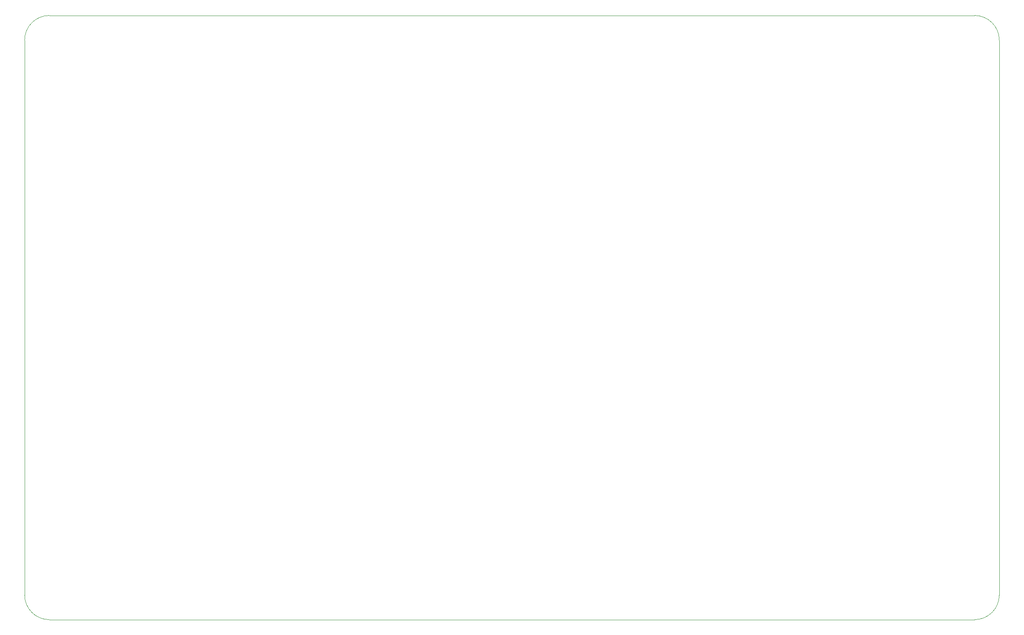
<source format=gbr>
%TF.GenerationSoftware,KiCad,Pcbnew,(6.0.5)*%
%TF.CreationDate,2022-08-05T09:11:19+02:00*%
%TF.ProjectId,Pico Debugger,5069636f-2044-4656-9275-676765722e6b,rev?*%
%TF.SameCoordinates,Original*%
%TF.FileFunction,Profile,NP*%
%FSLAX46Y46*%
G04 Gerber Fmt 4.6, Leading zero omitted, Abs format (unit mm)*
G04 Created by KiCad (PCBNEW (6.0.5)) date 2022-08-05 09:11:19*
%MOMM*%
%LPD*%
G01*
G04 APERTURE LIST*
%TA.AperFunction,Profile*%
%ADD10C,0.100000*%
%TD*%
G04 APERTURE END LIST*
D10*
X40640000Y-160655000D02*
G75*
G03*
X45720000Y-165735000I5080000J0D01*
G01*
X40640000Y-160655000D02*
X40640000Y-46355000D01*
X241300000Y-46355000D02*
G75*
G03*
X236220000Y-41275000I-5080000J0D01*
G01*
X45720000Y-41275000D02*
X236220000Y-41275000D01*
X241300000Y-46355000D02*
X241300000Y-160655000D01*
X45720000Y-41275000D02*
G75*
G03*
X40640000Y-46355000I0J-5080000D01*
G01*
X236220000Y-165735000D02*
G75*
G03*
X241300000Y-160655000I0J5080000D01*
G01*
X236220000Y-165735000D02*
X45720000Y-165735000D01*
M02*

</source>
